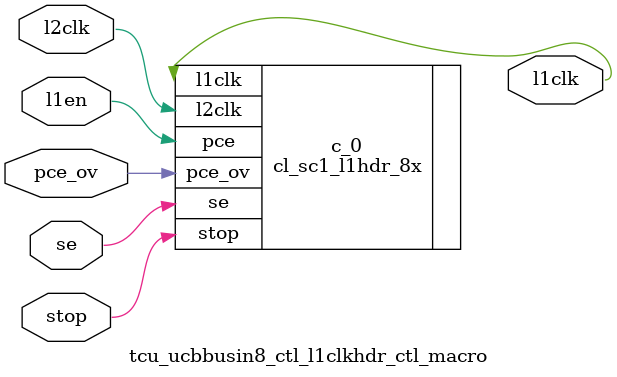
<source format=v>
`define UCB_BUS_WIDTH 8
`define UCB_BUS_WIDTH_M1 7
`define CYC_NUM 16
`define CYC_NUM_M1 15

module tcu_ucbbusin8_ctl (
  iol2clk, 
  scan_in, 
  scan_out, 
  tcu_int_ce, 
  tcu_pce_ov, 
  tcu_clk_stop, 
  tcu_siclk_in, 
  tcu_soclk_in, 
  tcu_scan_en, 
  vld, 
  data, 
  stall, 
  indata_buf_vld, 
  indata_buf, 
  stall_a1) ;
wire stall_d1_;
wire stall_d1;
wire vld_d1_ff_scanin;
wire vld_d1_ff_scanout;
wire vld_d1;
wire l1clk;
wire data_d1_ff_scanin;
wire data_d1_ff_scanout;
wire [7:0] data_d1;
wire stall_ff_scanin;
wire stall_ff_scanout;
wire stall_d1_ff_scanin;
wire stall_d1_ff_scanout;
wire skid_buf0_en;
wire vld_buf0_ff_scanin;
wire vld_buf0_ff_scanout;
wire vld_buf0;
wire data_buf0_ff_scanin;
wire data_buf0_ff_scanout;
wire [7:0] data_buf0;
wire skid_buf1_en_ff_scanin;
wire skid_buf1_en_ff_scanout;
wire skid_buf1_en;
wire vld_buf1_ff_scanin;
wire vld_buf1_ff_scanout;
wire vld_buf1;
wire data_buf1_ff_scanin;
wire data_buf1_ff_scanout;
wire [7:0] data_buf1;
wire skid_buf0_sel;
wire skid_buf1_sel_ff_scanin;
wire skid_buf1_sel_ff_scanout;
wire skid_buf1_sel;
wire vld_mux;
wire [7:0] data_mux;
wire [15:0] indata_vec_next;
wire [15:0] indata_vec;
wire stall_a1_;
wire indata_vec_ff_scanin;
wire indata_vec_ff_scanout;
wire [127:0] indata_buf_next;
wire indata_buf_ff_scanin;
wire indata_buf_ff_scanout;
wire indata_vec0_d1_ff_scanin;
wire indata_vec0_d1_ff_scanout;
wire indata_vec0_d1;
wire siclk;
wire soclk;
wire l1en;
wire pce_ov;
wire stop;
wire se;


////////////////////////////////////////////////////////////////////////
// Signal declarations
////////////////////////////////////////////////////////////////////////
// Global interface
input		iol2clk;
input		scan_in;
output		scan_out;
input           tcu_int_ce;
input		tcu_pce_ov;
input		tcu_clk_stop;
input		tcu_siclk_in;
input		tcu_soclk_in;
input 	        tcu_scan_en; 

// UCB bus interface
input		vld;
input [`UCB_BUS_WIDTH_M1 :0]	data;
output		stall;


// Local interface
output		indata_buf_vld;
output [127:0]	indata_buf;
input		stall_a1;


// Internal signals


////////////////////////////////////////////////////////////////////////
// Code starts here
////////////////////////////////////////////////////////////////////////
/************************************************************
 * UCB bus interface flops
 * This is to make signals going between IOB and UCB flop-to-flop
 * to improve timing.
 ************************************************************/
assign	stall_d1_ = ~stall_d1;

tcu_ucbbusin8_ctl_msff_ctl_macro__en_1__width_1 vld_d1_ff  
				(
				.scan_in(vld_d1_ff_scanin),
				.scan_out(vld_d1_ff_scanout),
				.dout		(vld_d1),
				.l1clk		(l1clk),
				.en		(stall_d1_),
				.din		(vld),
  .siclk(siclk),
  .soclk(soclk)
				);

tcu_ucbbusin8_ctl_msff_ctl_macro__en_1__width_8 data_d1_ff  
				(
				.scan_in(data_d1_ff_scanin),
				.scan_out(data_d1_ff_scanout),
				.dout		(data_d1[`UCB_BUS_WIDTH_M1 :0]),
				.l1clk		(l1clk),
				.en		(stall_d1_),
				.din		(data[`UCB_BUS_WIDTH_M1 :0]),
  .siclk(siclk),
  .soclk(soclk)
				);

tcu_ucbbusin8_ctl_msff_ctl_macro__width_1 stall_ff 
				(
				.scan_in(stall_ff_scanin),
				.scan_out(stall_ff_scanout),
				.dout		(stall),
				.l1clk		(l1clk),
				.din		(stall_a1),
  .siclk(siclk),
  .soclk(soclk)
				);

tcu_ucbbusin8_ctl_msff_ctl_macro__width_1 stall_d1_ff 
				(
				.scan_in(stall_d1_ff_scanin),
				.scan_out(stall_d1_ff_scanout),
				.dout		(stall_d1),
				.l1clk		(l1clk),
				.din		(stall),
  .siclk(siclk),
  .soclk(soclk)
				);


/************************************************************
 * Skid buffer
 * We need a two deep skid buffer to handle stalling.
 ************************************************************/
// Assertion: stall has to be deasserted for more than 1 cycle
//            ie time between two separate stalls has to be
//            at least two cycles.  Otherwise, contents from
//            skid buffer will be lost.

// Buffer 0
assign  skid_buf0_en = stall_a1 & ~stall;

tcu_ucbbusin8_ctl_msff_ctl_macro__en_1__width_1 vld_buf0_ff  
				(
				.scan_in(vld_buf0_ff_scanin),
				.scan_out(vld_buf0_ff_scanout),
				.dout		(vld_buf0),
				.l1clk		(l1clk),
				.en		(skid_buf0_en),
				.din		(vld_d1),
  .siclk(siclk),
  .soclk(soclk)
				);

tcu_ucbbusin8_ctl_msff_ctl_macro__en_1__width_8 data_buf0_ff   
				(
				.scan_in(data_buf0_ff_scanin),
				.scan_out(data_buf0_ff_scanout),
				.dout		(data_buf0[`UCB_BUS_WIDTH_M1 :0]),
				.l1clk		(l1clk),
				.en		(skid_buf0_en),
				.din		(data_d1[`UCB_BUS_WIDTH_M1 :0]),
  .siclk(siclk),
  .soclk(soclk)
				);

// Buffer 1
tcu_ucbbusin8_ctl_msff_ctl_macro__width_1 skid_buf1_en_ff 
				(
				.scan_in(skid_buf1_en_ff_scanin),
				.scan_out(skid_buf1_en_ff_scanout),
				.dout		(skid_buf1_en),
				.l1clk		(l1clk),
				.din		(skid_buf0_en),
  .siclk(siclk),
  .soclk(soclk)
				);

tcu_ucbbusin8_ctl_msff_ctl_macro__en_1__width_1 vld_buf1_ff  
				(
				.scan_in(vld_buf1_ff_scanin),
				.scan_out(vld_buf1_ff_scanout),
				.dout		(vld_buf1),
				.l1clk		(l1clk),
				.en		(skid_buf1_en),
				.din		(vld_d1),
  .siclk(siclk),
  .soclk(soclk)
				);

tcu_ucbbusin8_ctl_msff_ctl_macro__en_1__width_8 data_buf1_ff   
				(
				.scan_in(data_buf1_ff_scanin),
				.scan_out(data_buf1_ff_scanout),
				.dout		(data_buf1[`UCB_BUS_WIDTH_M1 :0]),
				.l1clk		(l1clk),
				.en		(skid_buf1_en),
				.din		(data_d1[`UCB_BUS_WIDTH_M1 :0]),
  .siclk(siclk),
  .soclk(soclk)
				);


/************************************************************
 * Mux between skid buffer and interface flop
 ************************************************************/
// Assertion: stall has to be deasserted for more than 1 cycle
//            ie time between two separate stalls has to be
//            at least two cycles.  Otherwise, contents from
//            skid buffer will be lost.

assign	skid_buf0_sel = ~stall_a1 & stall;

tcu_ucbbusin8_ctl_msff_ctl_macro__width_1 skid_buf1_sel_ff 
				(
				.scan_in(skid_buf1_sel_ff_scanin),
				.scan_out(skid_buf1_sel_ff_scanout),
				.dout		(skid_buf1_sel),
				.l1clk		(l1clk),
				.din		(skid_buf0_sel),
  .siclk(siclk),
  .soclk(soclk)
				);

assign	vld_mux = skid_buf0_sel ? vld_buf0 : 
	   	     skid_buf1_sel ? vld_buf1 :
		                     vld_d1;

assign	data_mux[`UCB_BUS_WIDTH_M1 :0] = skid_buf0_sel ? data_buf0[`UCB_BUS_WIDTH_M1 :0] : 
					skid_buf1_sel ? data_buf1[`UCB_BUS_WIDTH_M1 :0] : 
					       		 data_d1[`UCB_BUS_WIDTH_M1 :0];


/************************************************************
 * Assemble inbound data
 ************************************************************/
// valid vector
assign	indata_vec_next[`CYC_NUM_M1:0] = {vld_mux, indata_vec[`CYC_NUM_M1 :1]};

assign	stall_a1_ = ~stall_a1;
tcu_ucbbusin8_ctl_msff_ctl_macro__en_1__width_16 indata_vec_ff   
				(
				.scan_in(indata_vec_ff_scanin),
				.scan_out(indata_vec_ff_scanout),
				.dout		(indata_vec[`CYC_NUM_M1 :0]),
				.l1clk		(l1clk),
				.en		(stall_a1_),
				.din		(indata_vec_next[`CYC_NUM_M1 :0]),
  .siclk(siclk),
  .soclk(soclk)
				);

// data buffer
assign	indata_buf_next[127:0] = {data_mux[`UCB_BUS_WIDTH_M1 :0], indata_buf[127:`UCB_BUS_WIDTH ]};
tcu_ucbbusin8_ctl_msff_ctl_macro__en_1__width_128 indata_buf_ff  
				(
				.scan_in(indata_buf_ff_scanin),
				.scan_out(indata_buf_ff_scanout),
				.dout		(indata_buf[127:0]),
				.l1clk		(l1clk),
				.en		(stall_a1_),
				.din		(indata_buf_next[127:0]),
  .siclk(siclk),
  .soclk(soclk)
				);

// detect a new packet	  
tcu_ucbbusin8_ctl_msff_ctl_macro__en_1__width_1 indata_vec0_d1_ff  
				(
				.scan_in(indata_vec0_d1_ff_scanin),
				.scan_out(indata_vec0_d1_ff_scanout),
				.dout		(indata_vec0_d1),
				.l1clk		(l1clk),
				.en		(stall_a1_),
				.din		(indata_vec[0]),
  .siclk(siclk),
  .soclk(soclk)
				);

assign	indata_buf_vld = indata_vec[0] & ~indata_vec0_d1;



/**** adding clock header ****/
tcu_ucbbusin8_ctl_l1clkhdr_ctl_macro clkgen (
				.l2clk	(iol2clk),
				.l1clk	(l1clk),
  .l1en(l1en),
  .pce_ov(pce_ov),
  .stop(stop),
  .se(se)
				);

/*** building tcu port ***/
assign	siclk = tcu_siclk_in;
assign	soclk = tcu_soclk_in;
assign  l1en  = tcu_int_ce; // 1'b1
assign	pce_ov = tcu_pce_ov;
assign	stop = tcu_clk_stop;
assign  se = tcu_scan_en;

// fixscan start:
assign vld_d1_ff_scanin          = scan_in                  ;
assign data_d1_ff_scanin         = vld_d1_ff_scanout        ;
assign stall_ff_scanin           = data_d1_ff_scanout       ;
assign stall_d1_ff_scanin        = stall_ff_scanout         ;
assign vld_buf0_ff_scanin        = stall_d1_ff_scanout      ;
assign data_buf0_ff_scanin       = vld_buf0_ff_scanout      ;
assign skid_buf1_en_ff_scanin    = data_buf0_ff_scanout     ;
assign vld_buf1_ff_scanin        = skid_buf1_en_ff_scanout  ;
assign data_buf1_ff_scanin       = vld_buf1_ff_scanout      ;
assign skid_buf1_sel_ff_scanin   = data_buf1_ff_scanout     ;
assign indata_vec_ff_scanin      = skid_buf1_sel_ff_scanout ;
assign indata_buf_ff_scanin      = indata_vec_ff_scanout    ;
assign indata_vec0_d1_ff_scanin  = indata_buf_ff_scanout    ;
assign scan_out                  = indata_vec0_d1_ff_scanout;
// fixscan end:
endmodule // ucb_bus_in






// any PARAMS parms go into naming of macro

module tcu_ucbbusin8_ctl_msff_ctl_macro__en_1__width_1 (
  din, 
  en, 
  l1clk, 
  scan_in, 
  siclk, 
  soclk, 
  dout, 
  scan_out);
wire [0:0] fdin;

  input [0:0] din;
  input en;
  input l1clk;
  input scan_in;


  input siclk;
  input soclk;

  output [0:0] dout;
  output scan_out;
assign fdin[0:0] = (din[0:0] & {1{en}}) | (dout[0:0] & ~{1{en}});






dff #(1)  d0_0 (
.l1clk(l1clk),
.siclk(siclk),
.soclk(soclk),
.d(fdin[0:0]),
.si(scan_in),
.so(scan_out),
.q(dout[0:0])
);












endmodule













// any PARAMS parms go into naming of macro

module tcu_ucbbusin8_ctl_msff_ctl_macro__en_1__width_8 (
  din, 
  en, 
  l1clk, 
  scan_in, 
  siclk, 
  soclk, 
  dout, 
  scan_out);
wire [7:0] fdin;
wire [6:0] so;

  input [7:0] din;
  input en;
  input l1clk;
  input scan_in;


  input siclk;
  input soclk;

  output [7:0] dout;
  output scan_out;
assign fdin[7:0] = (din[7:0] & {8{en}}) | (dout[7:0] & ~{8{en}});






dff #(8)  d0_0 (
.l1clk(l1clk),
.siclk(siclk),
.soclk(soclk),
.d(fdin[7:0]),
.si({scan_in,so[6:0]}),
.so({so[6:0],scan_out}),
.q(dout[7:0])
);












endmodule













// any PARAMS parms go into naming of macro

module tcu_ucbbusin8_ctl_msff_ctl_macro__width_1 (
  din, 
  l1clk, 
  scan_in, 
  siclk, 
  soclk, 
  dout, 
  scan_out);
wire [0:0] fdin;

  input [0:0] din;
  input l1clk;
  input scan_in;


  input siclk;
  input soclk;

  output [0:0] dout;
  output scan_out;
assign fdin[0:0] = din[0:0];






dff #(1)  d0_0 (
.l1clk(l1clk),
.siclk(siclk),
.soclk(soclk),
.d(fdin[0:0]),
.si(scan_in),
.so(scan_out),
.q(dout[0:0])
);












endmodule













// any PARAMS parms go into naming of macro

module tcu_ucbbusin8_ctl_msff_ctl_macro__en_1__width_16 (
  din, 
  en, 
  l1clk, 
  scan_in, 
  siclk, 
  soclk, 
  dout, 
  scan_out);
wire [15:0] fdin;
wire [14:0] so;

  input [15:0] din;
  input en;
  input l1clk;
  input scan_in;


  input siclk;
  input soclk;

  output [15:0] dout;
  output scan_out;
assign fdin[15:0] = (din[15:0] & {16{en}}) | (dout[15:0] & ~{16{en}});






dff #(16)  d0_0 (
.l1clk(l1clk),
.siclk(siclk),
.soclk(soclk),
.d(fdin[15:0]),
.si({scan_in,so[14:0]}),
.so({so[14:0],scan_out}),
.q(dout[15:0])
);












endmodule













// any PARAMS parms go into naming of macro

module tcu_ucbbusin8_ctl_msff_ctl_macro__en_1__width_128 (
  din, 
  en, 
  l1clk, 
  scan_in, 
  siclk, 
  soclk, 
  dout, 
  scan_out);
wire [127:0] fdin;
wire [126:0] so;

  input [127:0] din;
  input en;
  input l1clk;
  input scan_in;


  input siclk;
  input soclk;

  output [127:0] dout;
  output scan_out;
assign fdin[127:0] = (din[127:0] & {128{en}}) | (dout[127:0] & ~{128{en}});






dff #(128)  d0_0 (
.l1clk(l1clk),
.siclk(siclk),
.soclk(soclk),
.d(fdin[127:0]),
.si({scan_in,so[126:0]}),
.so({so[126:0],scan_out}),
.q(dout[127:0])
);












endmodule













// any PARAMS parms go into naming of macro

module tcu_ucbbusin8_ctl_l1clkhdr_ctl_macro (
  l2clk, 
  l1en, 
  pce_ov, 
  stop, 
  se, 
  l1clk);


  input l2clk;
  input l1en;
  input pce_ov;
  input stop;
  input se;
  output l1clk;



 

cl_sc1_l1hdr_8x c_0 (


   .l2clk(l2clk),
   .pce(l1en),
   .l1clk(l1clk),
  .se(se),
  .pce_ov(pce_ov),
  .stop(stop)
);



endmodule









</source>
